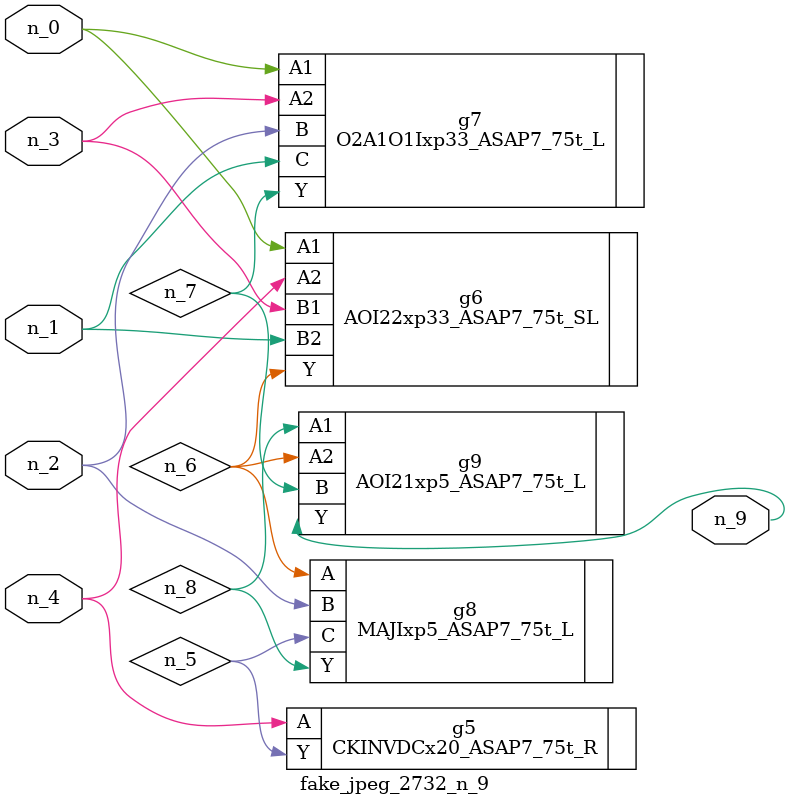
<source format=v>
module fake_jpeg_2732_n_9 (n_3, n_2, n_1, n_0, n_4, n_9);

input n_3;
input n_2;
input n_1;
input n_0;
input n_4;

output n_9;

wire n_8;
wire n_6;
wire n_5;
wire n_7;

CKINVDCx20_ASAP7_75t_R g5 ( 
.A(n_4),
.Y(n_5)
);

AOI22xp33_ASAP7_75t_SL g6 ( 
.A1(n_0),
.A2(n_4),
.B1(n_3),
.B2(n_1),
.Y(n_6)
);

O2A1O1Ixp33_ASAP7_75t_L g7 ( 
.A1(n_0),
.A2(n_3),
.B(n_2),
.C(n_1),
.Y(n_7)
);

MAJIxp5_ASAP7_75t_L g8 ( 
.A(n_6),
.B(n_2),
.C(n_5),
.Y(n_8)
);

AOI21xp5_ASAP7_75t_L g9 ( 
.A1(n_8),
.A2(n_6),
.B(n_7),
.Y(n_9)
);


endmodule
</source>
